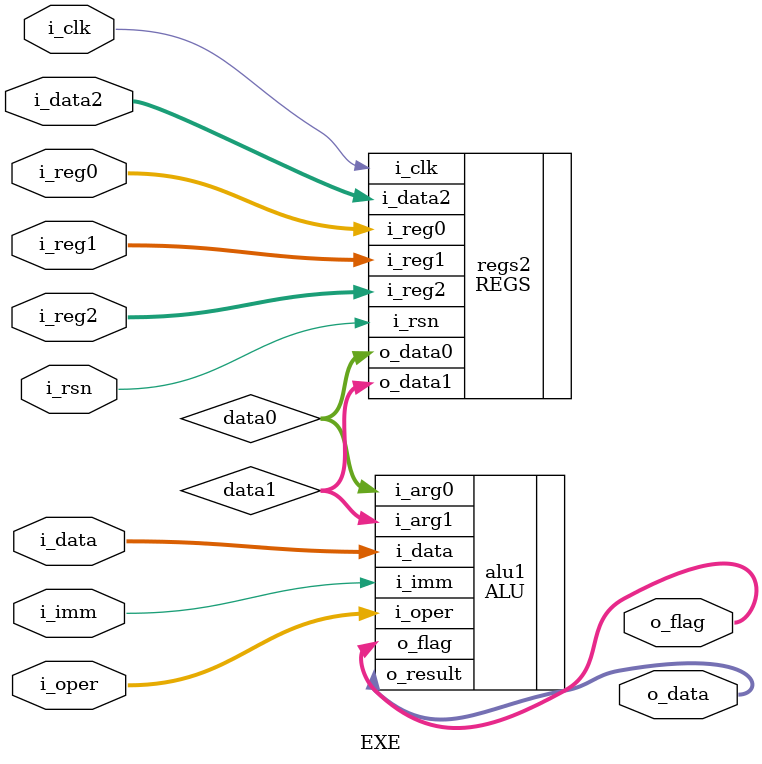
<source format=v>
module EXE (i_oper, i_reg0, i_reg1, i_reg2, i_data2, i_data, i_imm, i_clk, i_rsn, o_flag, o_data);

    input wire [2:0] i_oper;
    input wire [3:0] i_reg0, i_reg1, i_reg2;
    input wire signed [5:0] i_data, i_data2;
    input wire i_imm;
    input wire i_clk;
    input wire i_rsn;

    output signed [5:0] o_data;
    output [3:0] o_flag;

    wire [5:0] data0;
    wire [5:0] data1;

    ALU alu1 (.i_arg0(data0),
                .i_arg1(data1),
                .i_oper(i_oper),
                .i_data(i_data),
                .i_imm(i_imm),
                .o_result(o_data),
                .o_flag(o_flag));

    REGS regs2 (.i_reg0(i_reg0),
                .i_reg1(i_reg1),
                .i_reg2(i_reg2),
                .i_data2(i_data2),
                .i_clk(i_clk),
                .i_rsn(i_rsn),
                .o_data0(data0),
                .o_data1(data1));

endmodule
</source>
